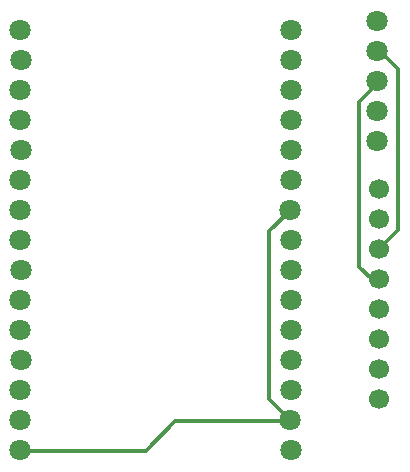
<source format=gbl>
G04*
G04 #@! TF.GenerationSoftware,Altium Limited,Altium Designer,19.1.7 (138)*
G04*
G04 Layer_Physical_Order=2*
G04 Layer_Color=16711680*
%FSLAX25Y25*%
%MOIN*%
G70*
G01*
G75*
%ADD13C,0.01181*%
%ADD15C,0.07087*%
%ADD16C,0.06693*%
D13*
X22800Y162926D02*
X64800D01*
X74700Y172826D01*
X112700D01*
X106000Y180026D02*
X113000Y173026D01*
X106000Y180026D02*
Y236026D01*
X112750Y242776D01*
X136000Y279126D02*
X141900Y285026D01*
X136000Y224126D02*
Y279126D01*
Y224126D02*
X140100Y220026D01*
X141900Y285026D02*
Y286026D01*
X149000Y236626D02*
Y290126D01*
X143000Y296126D02*
X149000Y290126D01*
X142000Y296126D02*
X143000D01*
X142400Y230026D02*
X149000Y236626D01*
X140100Y220026D02*
X142400D01*
D15*
X113100Y233126D02*
D03*
Y223126D02*
D03*
Y213126D02*
D03*
Y203126D02*
D03*
Y193126D02*
D03*
Y183126D02*
D03*
X113000Y173026D02*
D03*
X113100Y163126D02*
D03*
Y303126D02*
D03*
Y293126D02*
D03*
Y283126D02*
D03*
Y273126D02*
D03*
Y263126D02*
D03*
Y253126D02*
D03*
X113000Y243026D02*
D03*
X23000Y233126D02*
D03*
Y243126D02*
D03*
Y253126D02*
D03*
X23100Y263126D02*
D03*
X23000Y273126D02*
D03*
Y283126D02*
D03*
X23100Y293226D02*
D03*
X23000Y303126D02*
D03*
Y163126D02*
D03*
Y173126D02*
D03*
Y183126D02*
D03*
X23100Y193126D02*
D03*
X23000Y203126D02*
D03*
Y213126D02*
D03*
X23100Y223226D02*
D03*
X141900Y306026D02*
D03*
X142000Y296126D02*
D03*
X141900Y286026D02*
D03*
Y276026D02*
D03*
X142000Y266026D02*
D03*
D16*
X142400Y250026D02*
D03*
X142500Y240126D02*
D03*
X142400Y230026D02*
D03*
Y220026D02*
D03*
Y210026D02*
D03*
Y200026D02*
D03*
Y190026D02*
D03*
Y180026D02*
D03*
M02*

</source>
